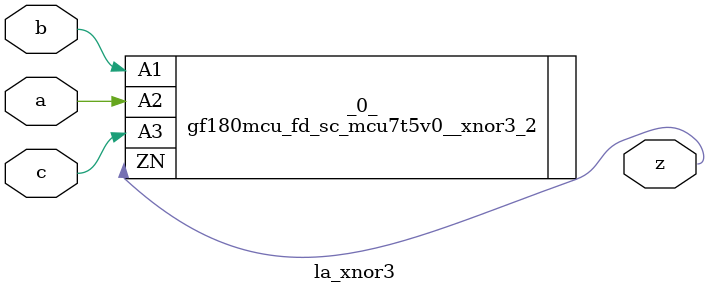
<source format=v>
/* Generated by Yosys 0.37 (git sha1 a5c7f69ed, clang 14.0.0-1ubuntu1.1 -fPIC -Os) */

module la_xnor3(a, b, c, z);
  input a;
  wire a;
  input b;
  wire b;
  input c;
  wire c;
  output z;
  wire z;
  gf180mcu_fd_sc_mcu7t5v0__xnor3_2 _0_ (
    .A1(b),
    .A2(a),
    .A3(c),
    .ZN(z)
  );
endmodule

</source>
